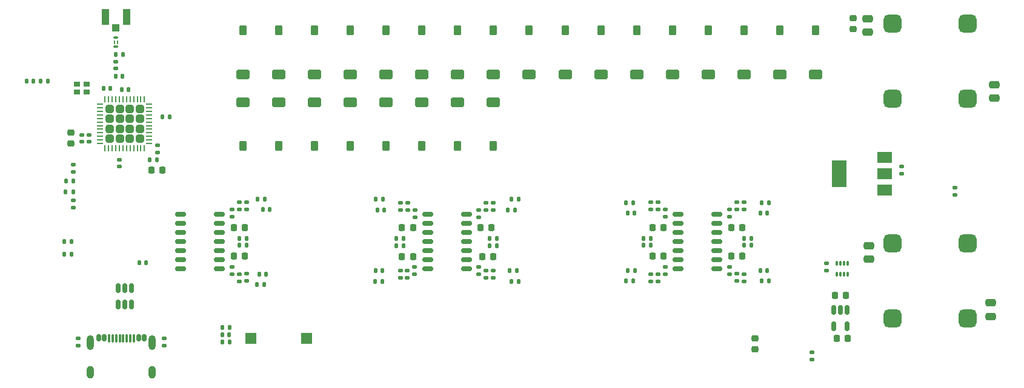
<source format=gbr>
%TF.GenerationSoftware,KiCad,Pcbnew,7.0.9*%
%TF.CreationDate,2024-04-08T22:34:53+02:00*%
%TF.ProjectId,ElectronicBLETarget,456c6563-7472-46f6-9e69-63424c455461,rev?*%
%TF.SameCoordinates,PX29f6300PY5a995c0*%
%TF.FileFunction,Paste,Top*%
%TF.FilePolarity,Positive*%
%FSLAX46Y46*%
G04 Gerber Fmt 4.6, Leading zero omitted, Abs format (unit mm)*
G04 Created by KiCad (PCBNEW 7.0.9) date 2024-04-08 22:34:53*
%MOMM*%
%LPD*%
G01*
G04 APERTURE LIST*
G04 Aperture macros list*
%AMRoundRect*
0 Rectangle with rounded corners*
0 $1 Rounding radius*
0 $2 $3 $4 $5 $6 $7 $8 $9 X,Y pos of 4 corners*
0 Add a 4 corners polygon primitive as box body*
4,1,4,$2,$3,$4,$5,$6,$7,$8,$9,$2,$3,0*
0 Add four circle primitives for the rounded corners*
1,1,$1+$1,$2,$3*
1,1,$1+$1,$4,$5*
1,1,$1+$1,$6,$7*
1,1,$1+$1,$8,$9*
0 Add four rect primitives between the rounded corners*
20,1,$1+$1,$2,$3,$4,$5,0*
20,1,$1+$1,$4,$5,$6,$7,0*
20,1,$1+$1,$6,$7,$8,$9,0*
20,1,$1+$1,$8,$9,$2,$3,0*%
G04 Aperture macros list end*
%ADD10R,1.000000X1.050000*%
%ADD11R,1.050000X2.200000*%
%ADD12RoundRect,0.140000X0.140000X0.170000X-0.140000X0.170000X-0.140000X-0.170000X0.140000X-0.170000X0*%
%ADD13RoundRect,0.162500X-0.787500X0.487500X-0.787500X-0.487500X0.787500X-0.487500X0.787500X0.487500X0*%
%ADD14RoundRect,0.137500X-0.412500X0.512500X-0.412500X-0.512500X0.412500X-0.512500X0.412500X0.512500X0*%
%ADD15R,0.900000X0.800000*%
%ADD16RoundRect,0.250000X-0.475000X0.250000X-0.475000X-0.250000X0.475000X-0.250000X0.475000X0.250000X0*%
%ADD17RoundRect,0.135000X-0.135000X-0.185000X0.135000X-0.185000X0.135000X0.185000X-0.135000X0.185000X0*%
%ADD18RoundRect,0.135000X-0.185000X0.135000X-0.185000X-0.135000X0.185000X-0.135000X0.185000X0.135000X0*%
%ADD19RoundRect,0.162500X0.787500X-0.487500X0.787500X0.487500X-0.787500X0.487500X-0.787500X-0.487500X0*%
%ADD20RoundRect,0.137500X0.412500X-0.512500X0.412500X0.512500X-0.412500X0.512500X-0.412500X-0.512500X0*%
%ADD21RoundRect,0.135000X0.135000X0.185000X-0.135000X0.185000X-0.135000X-0.185000X0.135000X-0.185000X0*%
%ADD22RoundRect,0.135000X0.185000X-0.135000X0.185000X0.135000X-0.185000X0.135000X-0.185000X-0.135000X0*%
%ADD23RoundRect,0.150000X-0.150000X-0.350000X0.150000X-0.350000X0.150000X0.350000X-0.150000X0.350000X0*%
%ADD24RoundRect,0.075000X-0.075000X-0.500000X0.075000X-0.500000X0.075000X0.500000X-0.075000X0.500000X0*%
%ADD25O,1.000000X2.100000*%
%ADD26O,1.000000X1.800000*%
%ADD27RoundRect,0.250000X0.315000X0.315000X-0.315000X0.315000X-0.315000X-0.315000X0.315000X-0.315000X0*%
%ADD28RoundRect,0.062500X0.375000X0.062500X-0.375000X0.062500X-0.375000X-0.062500X0.375000X-0.062500X0*%
%ADD29RoundRect,0.062500X0.062500X0.375000X-0.062500X0.375000X-0.062500X-0.375000X0.062500X-0.375000X0*%
%ADD30RoundRect,0.225000X-0.250000X0.225000X-0.250000X-0.225000X0.250000X-0.225000X0.250000X0.225000X0*%
%ADD31RoundRect,0.147500X0.172500X-0.147500X0.172500X0.147500X-0.172500X0.147500X-0.172500X-0.147500X0*%
%ADD32R,2.000000X1.500000*%
%ADD33R,2.000000X3.800000*%
%ADD34R,1.500000X1.500000*%
%ADD35RoundRect,0.050000X0.100000X-0.285000X0.100000X0.285000X-0.100000X0.285000X-0.100000X-0.285000X0*%
%ADD36RoundRect,0.225000X-0.225000X-0.250000X0.225000X-0.250000X0.225000X0.250000X-0.225000X0.250000X0*%
%ADD37RoundRect,0.147500X0.147500X0.172500X-0.147500X0.172500X-0.147500X-0.172500X0.147500X-0.172500X0*%
%ADD38RoundRect,0.225000X0.225000X0.250000X-0.225000X0.250000X-0.225000X-0.250000X0.225000X-0.250000X0*%
%ADD39RoundRect,0.068750X0.281250X-0.068750X0.281250X0.068750X-0.281250X0.068750X-0.281250X-0.068750X0*%
%ADD40RoundRect,0.062500X0.062500X-0.162500X0.062500X0.162500X-0.062500X0.162500X-0.062500X-0.162500X0*%
%ADD41RoundRect,0.140000X-0.170000X0.140000X-0.170000X-0.140000X0.170000X-0.140000X0.170000X0.140000X0*%
%ADD42RoundRect,0.150000X-0.600000X-0.150000X0.600000X-0.150000X0.600000X0.150000X-0.600000X0.150000X0*%
%ADD43RoundRect,0.140000X-0.140000X-0.170000X0.140000X-0.170000X0.140000X0.170000X-0.140000X0.170000X0*%
%ADD44RoundRect,0.625000X0.625000X0.625000X-0.625000X0.625000X-0.625000X-0.625000X0.625000X-0.625000X0*%
%ADD45RoundRect,0.150000X0.600000X0.150000X-0.600000X0.150000X-0.600000X-0.150000X0.600000X-0.150000X0*%
%ADD46RoundRect,0.250000X0.475000X-0.250000X0.475000X0.250000X-0.475000X0.250000X-0.475000X-0.250000X0*%
%ADD47RoundRect,0.150000X-0.150000X0.512500X-0.150000X-0.512500X0.150000X-0.512500X0.150000X0.512500X0*%
%ADD48RoundRect,0.150000X0.150000X-0.512500X0.150000X0.512500X-0.150000X0.512500X-0.150000X-0.512500X0*%
G04 APERTURE END LIST*
D10*
%TO.C,J4*%
X14727500Y50437500D03*
D11*
X13252500Y51962500D03*
X16202500Y51962500D03*
%TD*%
D12*
%TO.C,C41*%
X36250000Y25000000D03*
X35290000Y25000000D03*
%TD*%
D13*
%TO.C,D13*%
X102500000Y43950000D03*
D14*
X102500000Y50050000D03*
%TD*%
D12*
%TO.C,C37*%
X105750000Y24500000D03*
X104790000Y24500000D03*
%TD*%
D15*
%TO.C,X1*%
X10680000Y42550000D03*
X9280000Y42550000D03*
X9280000Y41450000D03*
X10680000Y41450000D03*
%TD*%
D16*
%TO.C,C20*%
X120000000Y19950000D03*
X120000000Y18050000D03*
%TD*%
D17*
%TO.C,R18*%
X53955000Y20960000D03*
X54975000Y20960000D03*
%TD*%
%TO.C,R23*%
X53955000Y19960000D03*
X54975000Y19960000D03*
%TD*%
D18*
%TO.C,R55*%
X101490000Y26010000D03*
X101490000Y24990000D03*
%TD*%
D19*
%TO.C,D20*%
X57500000Y40050000D03*
D20*
X57500000Y33950000D03*
%TD*%
D13*
%TO.C,D4*%
X62500000Y43950000D03*
D14*
X62500000Y50050000D03*
%TD*%
D21*
%TO.C,R63*%
X33010000Y21000000D03*
X31990000Y21000000D03*
%TD*%
D22*
%TO.C,R26*%
X67475000Y15450000D03*
X67475000Y16470000D03*
%TD*%
D12*
%TO.C,C39*%
X35730000Y16000000D03*
X34770000Y16000000D03*
%TD*%
D23*
%TO.C,J6*%
X12320000Y7075000D03*
X13120000Y7075000D03*
D24*
X14270000Y7000000D03*
X15270000Y7000000D03*
X15770000Y7000000D03*
X16770000Y7000000D03*
D23*
X17920000Y7075000D03*
X18720000Y7075000D03*
X18720000Y7075000D03*
X17920000Y7075000D03*
D24*
X17270000Y7000000D03*
X16270000Y7000000D03*
X14770000Y7000000D03*
X13770000Y7000000D03*
D23*
X13120000Y7075000D03*
X12320000Y7075000D03*
D25*
X11200000Y6425000D03*
D26*
X11200000Y2245000D03*
D25*
X19840000Y6425000D03*
D26*
X19840000Y2245000D03*
%TD*%
D18*
%TO.C,R49*%
X100490000Y17020000D03*
X100490000Y16000000D03*
%TD*%
D22*
%TO.C,R30*%
X66475000Y15440000D03*
X66475000Y16460000D03*
%TD*%
D18*
%TO.C,R20*%
X55525000Y25970000D03*
X55525000Y24950000D03*
%TD*%
D21*
%TO.C,R53*%
X103500000Y21000000D03*
X102480000Y21000000D03*
%TD*%
D18*
%TO.C,R40*%
X90490000Y26010000D03*
X90490000Y24990000D03*
%TD*%
D27*
%TO.C,U1*%
X18080000Y34900000D03*
X18080000Y36300000D03*
X18080000Y37700000D03*
X18080000Y39100000D03*
X16680000Y34900000D03*
X16680000Y36300000D03*
X16680000Y37700000D03*
X16680000Y39100000D03*
X15280000Y34900000D03*
X15280000Y36300000D03*
X15280000Y37700000D03*
X15280000Y39100000D03*
X13880000Y34900000D03*
X13880000Y36300000D03*
X13880000Y37700000D03*
X13880000Y39100000D03*
D28*
X19417500Y34250000D03*
X19417500Y34750000D03*
X19417500Y35250000D03*
X19417500Y35750000D03*
X19417500Y36250000D03*
X19417500Y36750000D03*
X19417500Y37250000D03*
X19417500Y37750000D03*
X19417500Y38250000D03*
X19417500Y38750000D03*
X19417500Y39250000D03*
X19417500Y39750000D03*
D29*
X18730000Y40437500D03*
X18230000Y40437500D03*
X17730000Y40437500D03*
X17230000Y40437500D03*
X16730000Y40437500D03*
X16230000Y40437500D03*
X15730000Y40437500D03*
X15230000Y40437500D03*
X14730000Y40437500D03*
X14230000Y40437500D03*
X13730000Y40437500D03*
X13230000Y40437500D03*
D28*
X12542500Y39750000D03*
X12542500Y39250000D03*
X12542500Y38750000D03*
X12542500Y38250000D03*
X12542500Y37750000D03*
X12542500Y37250000D03*
X12542500Y36750000D03*
X12542500Y36250000D03*
X12542500Y35750000D03*
X12542500Y35250000D03*
X12542500Y34750000D03*
X12542500Y34250000D03*
D29*
X13230000Y33562500D03*
X13730000Y33562500D03*
X14230000Y33562500D03*
X14730000Y33562500D03*
X15230000Y33562500D03*
X15730000Y33562500D03*
X16230000Y33562500D03*
X16730000Y33562500D03*
X17230000Y33562500D03*
X17730000Y33562500D03*
X18230000Y33562500D03*
X18730000Y33562500D03*
%TD*%
D21*
%TO.C,R27*%
X70985000Y14960000D03*
X69965000Y14960000D03*
%TD*%
D13*
%TO.C,D8*%
X52500000Y43950000D03*
D14*
X52500000Y50050000D03*
%TD*%
D30*
%TO.C,C1*%
X117750000Y51775000D03*
X117750000Y50225000D03*
%TD*%
D31*
%TO.C,L1*%
X14727500Y44717500D03*
X14727500Y45687500D03*
%TD*%
D32*
%TO.C,U6*%
X122150000Y27750000D03*
X122150000Y30050000D03*
D33*
X115850000Y30050000D03*
D32*
X122150000Y32350000D03*
%TD*%
D34*
%TO.C,SW1*%
X33600000Y7000000D03*
X41400000Y7000000D03*
%TD*%
D13*
%TO.C,D9*%
X92500000Y43950000D03*
D14*
X92500000Y50050000D03*
%TD*%
D17*
%TO.C,R17*%
X51005000Y26460000D03*
X52025000Y26460000D03*
%TD*%
D22*
%TO.C,R45*%
X90490000Y14980000D03*
X90490000Y16000000D03*
%TD*%
D35*
%TO.C,U5*%
X115500000Y16000000D03*
X116000000Y16000000D03*
X116500000Y16000000D03*
X117000000Y16000000D03*
X117000000Y17480000D03*
X116500000Y17480000D03*
X116000000Y17480000D03*
X115500000Y17480000D03*
%TD*%
D17*
%TO.C,R37*%
X85980000Y26000000D03*
X87000000Y26000000D03*
%TD*%
D13*
%TO.C,D26*%
X72500000Y43950000D03*
D14*
X72500000Y50050000D03*
%TD*%
D21*
%TO.C,R52*%
X106000000Y26000000D03*
X104980000Y26000000D03*
%TD*%
D18*
%TO.C,R29*%
X65475000Y16970000D03*
X65475000Y15950000D03*
%TD*%
D36*
%TO.C,C36*%
X100715000Y18500000D03*
X102265000Y18500000D03*
%TD*%
D13*
%TO.C,D7*%
X87500000Y43950000D03*
D14*
X87500000Y50050000D03*
%TD*%
D13*
%TO.C,D17*%
X112500000Y43950000D03*
D14*
X112500000Y50050000D03*
%TD*%
D37*
%TO.C,D1*%
X3220000Y43000000D03*
X2250000Y43000000D03*
%TD*%
D17*
%TO.C,R9*%
X29590000Y8500000D03*
X30610000Y8500000D03*
%TD*%
D38*
%TO.C,C26*%
X56250000Y18460000D03*
X54700000Y18460000D03*
%TD*%
D18*
%TO.C,R1*%
X112000000Y5020000D03*
X112000000Y4000000D03*
%TD*%
D22*
%TO.C,R64*%
X31000000Y23990000D03*
X31000000Y25010000D03*
%TD*%
D18*
%TO.C,R16*%
X54525000Y25970000D03*
X54525000Y24950000D03*
%TD*%
D17*
%TO.C,R3*%
X7740000Y29000000D03*
X8760000Y29000000D03*
%TD*%
D21*
%TO.C,R32*%
X70985000Y26460000D03*
X69965000Y26460000D03*
%TD*%
D36*
%TO.C,C38*%
X100715000Y22500000D03*
X102265000Y22500000D03*
%TD*%
D21*
%TO.C,R33*%
X67985000Y20960000D03*
X66965000Y20960000D03*
%TD*%
D13*
%TO.C,D10*%
X47500000Y43950000D03*
D14*
X47500000Y50050000D03*
%TD*%
D39*
%TO.C,FLT1*%
X14750000Y47825000D03*
D40*
X14977500Y48437500D03*
D39*
X14750000Y49050000D03*
D40*
X14522500Y48437500D03*
%TD*%
D13*
%TO.C,D11*%
X97500000Y43950000D03*
D14*
X97500000Y50050000D03*
%TD*%
D41*
%TO.C,C7*%
X9980000Y35460000D03*
X9980000Y34500000D03*
%TD*%
D13*
%TO.C,D14*%
X37500000Y43950000D03*
D14*
X37500000Y50050000D03*
%TD*%
D22*
%TO.C,R46*%
X102490000Y14990000D03*
X102490000Y16010000D03*
%TD*%
D17*
%TO.C,R22*%
X50965000Y14980000D03*
X51985000Y14980000D03*
%TD*%
D16*
%TO.C,C19*%
X119750000Y51700000D03*
X119750000Y49800000D03*
%TD*%
D42*
%TO.C,U9*%
X93290000Y24310000D03*
X93290000Y23040000D03*
X93290000Y21770000D03*
X93290000Y20500000D03*
X93290000Y19230000D03*
X93290000Y17960000D03*
X93290000Y16690000D03*
X98690000Y16690000D03*
X98690000Y17960000D03*
X98690000Y19230000D03*
X98690000Y20500000D03*
X98690000Y21770000D03*
X98690000Y23040000D03*
X98690000Y24310000D03*
%TD*%
D38*
%TO.C,C24*%
X56250000Y22460000D03*
X54700000Y22460000D03*
%TD*%
D21*
%TO.C,R47*%
X105990000Y15000000D03*
X104970000Y15000000D03*
%TD*%
D22*
%TO.C,R54*%
X100490000Y23990000D03*
X100490000Y25010000D03*
%TD*%
D43*
%TO.C,C8*%
X15524999Y41750000D03*
X16484999Y41750000D03*
%TD*%
D22*
%TO.C,R56*%
X33000000Y15000000D03*
X33000000Y16020000D03*
%TD*%
D18*
%TO.C,R7*%
X8750000Y31260000D03*
X8750000Y30240000D03*
%TD*%
D12*
%TO.C,C29*%
X70480000Y24960000D03*
X69520000Y24960000D03*
%TD*%
D43*
%TO.C,C33*%
X86290000Y16500000D03*
X87250000Y16500000D03*
%TD*%
D44*
%TO.C,U3*%
X133750000Y9750000D03*
X133750000Y20250000D03*
X123250000Y20250000D03*
X123250000Y9750000D03*
%TD*%
D45*
%TO.C,U10*%
X29200000Y16690000D03*
X29200000Y17960000D03*
X29200000Y19230000D03*
X29200000Y20500000D03*
X29200000Y21770000D03*
X29200000Y23040000D03*
X29200000Y24310000D03*
X23800000Y24310000D03*
X23800000Y23040000D03*
X23800000Y21770000D03*
X23800000Y20500000D03*
X23800000Y19230000D03*
X23800000Y17960000D03*
X23800000Y16690000D03*
%TD*%
D17*
%TO.C,R5*%
X7480000Y20500000D03*
X8500000Y20500000D03*
%TD*%
%TO.C,R42*%
X85980000Y15000000D03*
X87000000Y15000000D03*
%TD*%
D12*
%TO.C,C35*%
X105730000Y16500000D03*
X104770000Y16500000D03*
%TD*%
D43*
%TO.C,C6*%
X19475000Y32000000D03*
X20435000Y32000000D03*
%TD*%
D22*
%TO.C,R41*%
X89490000Y14990000D03*
X89490000Y16010000D03*
%TD*%
D43*
%TO.C,C5*%
X21270000Y38000000D03*
X22230000Y38000000D03*
%TD*%
%TO.C,C13*%
X13000000Y42000000D03*
X13960000Y42000000D03*
%TD*%
D19*
%TO.C,D25*%
X32500000Y40050000D03*
D20*
X32500000Y33950000D03*
%TD*%
D18*
%TO.C,R24*%
X56475000Y16970000D03*
X56475000Y15950000D03*
%TD*%
D46*
%TO.C,C17*%
X137500000Y40600000D03*
X137500000Y42500000D03*
%TD*%
D21*
%TO.C,R48*%
X103500000Y20000000D03*
X102480000Y20000000D03*
%TD*%
D13*
%TO.C,D2*%
X67500000Y43950000D03*
D14*
X67500000Y50050000D03*
%TD*%
D21*
%TO.C,R58*%
X33000000Y20000000D03*
X31980000Y20000000D03*
%TD*%
D19*
%TO.C,D23*%
X42500000Y40050000D03*
D20*
X42500000Y33950000D03*
%TD*%
D43*
%TO.C,C15*%
X14747500Y46687500D03*
X15707500Y46687500D03*
%TD*%
%TO.C,C14*%
X14727500Y43687500D03*
X15687500Y43687500D03*
%TD*%
D18*
%TO.C,R65*%
X32000000Y26010000D03*
X32000000Y24990000D03*
%TD*%
D22*
%TO.C,R34*%
X65475000Y23940000D03*
X65475000Y24960000D03*
%TD*%
D38*
%TO.C,C32*%
X91265000Y22500000D03*
X89715000Y22500000D03*
%TD*%
D22*
%TO.C,R8*%
X8790000Y25290000D03*
X8790000Y26310000D03*
%TD*%
D43*
%TO.C,C31*%
X86270000Y24500000D03*
X87230000Y24500000D03*
%TD*%
D18*
%TO.C,R15*%
X132000000Y28060000D03*
X132000000Y27040000D03*
%TD*%
D21*
%TO.C,R62*%
X35510000Y26500000D03*
X34490000Y26500000D03*
%TD*%
D38*
%TO.C,C34*%
X91265000Y18500000D03*
X89715000Y18500000D03*
%TD*%
D13*
%TO.C,D5*%
X82500000Y43950000D03*
D14*
X82500000Y50050000D03*
%TD*%
D36*
%TO.C,C40*%
X31225000Y18500000D03*
X32775000Y18500000D03*
%TD*%
D17*
%TO.C,R4*%
X7730000Y27500000D03*
X8750000Y27500000D03*
%TD*%
D22*
%TO.C,R11*%
X21500000Y5990000D03*
X21500000Y7010000D03*
%TD*%
%TO.C,R12*%
X9500000Y5990000D03*
X9500000Y7010000D03*
%TD*%
D30*
%TO.C,C9*%
X8480000Y35775000D03*
X8480000Y34225000D03*
%TD*%
D22*
%TO.C,R19*%
X56525000Y23940000D03*
X56525000Y24960000D03*
%TD*%
D43*
%TO.C,C11*%
X18000000Y17600000D03*
X18960000Y17600000D03*
%TD*%
D47*
%TO.C,U7*%
X116950000Y11000000D03*
X116000000Y11000000D03*
X115050000Y11000000D03*
X115050000Y8725000D03*
X116950000Y8725000D03*
%TD*%
D18*
%TO.C,R61*%
X33000000Y26010000D03*
X33000000Y24990000D03*
%TD*%
%TO.C,R35*%
X66475000Y25970000D03*
X66475000Y24950000D03*
%TD*%
D43*
%TO.C,C23*%
X51270000Y24960000D03*
X52230000Y24960000D03*
%TD*%
D22*
%TO.C,R50*%
X101490000Y15000000D03*
X101490000Y16020000D03*
%TD*%
D18*
%TO.C,R44*%
X91490000Y17020000D03*
X91490000Y16000000D03*
%TD*%
D13*
%TO.C,D6*%
X57500000Y43950000D03*
D14*
X57500000Y50050000D03*
%TD*%
D22*
%TO.C,R14*%
X124500000Y30040000D03*
X124500000Y31060000D03*
%TD*%
D21*
%TO.C,R57*%
X35500000Y14500000D03*
X34480000Y14500000D03*
%TD*%
D22*
%TO.C,R21*%
X54475000Y15460000D03*
X54475000Y16480000D03*
%TD*%
D17*
%TO.C,R6*%
X7480000Y18750000D03*
X8500000Y18750000D03*
%TD*%
D19*
%TO.C,D22*%
X52500000Y40050000D03*
D20*
X52500000Y33950000D03*
%TD*%
D44*
%TO.C,U2*%
X133750000Y40500000D03*
X133750000Y51000000D03*
X123250000Y51000000D03*
X123250000Y40500000D03*
%TD*%
D46*
%TO.C,C18*%
X137000000Y10050000D03*
X137000000Y11950000D03*
%TD*%
D38*
%TO.C,C21*%
X116775000Y13000000D03*
X115225000Y13000000D03*
%TD*%
D21*
%TO.C,R28*%
X67985000Y19960000D03*
X66965000Y19960000D03*
%TD*%
D41*
%TO.C,C12*%
X10980000Y35480000D03*
X10980000Y34520000D03*
%TD*%
D12*
%TO.C,C27*%
X70750000Y16460000D03*
X69790000Y16460000D03*
%TD*%
D13*
%TO.C,D15*%
X107500000Y43950000D03*
D14*
X107500000Y50050000D03*
%TD*%
D41*
%TO.C,C4*%
X15200000Y31960000D03*
X15200000Y31000000D03*
%TD*%
D19*
%TO.C,D21*%
X47500000Y40050000D03*
D20*
X47500000Y33950000D03*
%TD*%
D22*
%TO.C,R13*%
X114000000Y16490000D03*
X114000000Y17510000D03*
%TD*%
D36*
%TO.C,C42*%
X31225000Y22500000D03*
X32775000Y22500000D03*
%TD*%
D38*
%TO.C,C22*%
X117000000Y7000000D03*
X115450000Y7000000D03*
%TD*%
D18*
%TO.C,R31*%
X67475000Y25970000D03*
X67475000Y24950000D03*
%TD*%
D17*
%TO.C,R10*%
X29600000Y6500000D03*
X30620000Y6500000D03*
%TD*%
D22*
%TO.C,R25*%
X55475000Y15460000D03*
X55475000Y16480000D03*
%TD*%
D19*
%TO.C,D24*%
X37500000Y40050000D03*
D20*
X37500000Y33950000D03*
%TD*%
D41*
%TO.C,C10*%
X20600000Y33980000D03*
X20600000Y33020000D03*
%TD*%
D17*
%TO.C,R43*%
X88480000Y20000000D03*
X89500000Y20000000D03*
%TD*%
D42*
%TO.C,U8*%
X58300000Y24310000D03*
X58300000Y23040000D03*
X58300000Y21770000D03*
X58300000Y20500000D03*
X58300000Y19230000D03*
X58300000Y17960000D03*
X58300000Y16690000D03*
X63700000Y16690000D03*
X63700000Y17960000D03*
X63700000Y19230000D03*
X63700000Y20500000D03*
X63700000Y21770000D03*
X63700000Y23040000D03*
X63700000Y24310000D03*
%TD*%
D36*
%TO.C,C30*%
X65700000Y22460000D03*
X67250000Y22460000D03*
%TD*%
D19*
%TO.C,D19*%
X62500000Y40050000D03*
D20*
X62500000Y33950000D03*
%TD*%
D43*
%TO.C,C16*%
X29620000Y7500000D03*
X30580000Y7500000D03*
%TD*%
%TO.C,C25*%
X51020000Y16480000D03*
X51980000Y16480000D03*
%TD*%
D18*
%TO.C,R51*%
X102490000Y26010000D03*
X102490000Y24990000D03*
%TD*%
D36*
%TO.C,C3*%
X19725000Y30500000D03*
X21275000Y30500000D03*
%TD*%
D48*
%TO.C,U4*%
X15050000Y11725000D03*
X16000000Y11725000D03*
X16950000Y11725000D03*
X16950000Y14000000D03*
X16000000Y14000000D03*
X15050000Y14000000D03*
%TD*%
D13*
%TO.C,D12*%
X42500000Y43950000D03*
D14*
X42500000Y50050000D03*
%TD*%
D13*
%TO.C,D3*%
X77500000Y43950000D03*
D14*
X77500000Y50050000D03*
%TD*%
D17*
%TO.C,R2*%
X4240000Y43000000D03*
X5260000Y43000000D03*
%TD*%
D22*
%TO.C,R39*%
X91490000Y23990000D03*
X91490000Y25010000D03*
%TD*%
D30*
%TO.C,C2*%
X104000000Y7000000D03*
X104000000Y5450000D03*
%TD*%
D36*
%TO.C,C28*%
X65925000Y18460000D03*
X67475000Y18460000D03*
%TD*%
D22*
%TO.C,R60*%
X31990000Y14980000D03*
X31990000Y16000000D03*
%TD*%
D13*
%TO.C,D16*%
X32500000Y43950000D03*
D14*
X32500000Y50050000D03*
%TD*%
D18*
%TO.C,R59*%
X31000000Y17010000D03*
X31000000Y15990000D03*
%TD*%
%TO.C,R36*%
X89490000Y26010000D03*
X89490000Y24990000D03*
%TD*%
D19*
%TO.C,D18*%
X67500000Y40050000D03*
D20*
X67500000Y33950000D03*
%TD*%
D17*
%TO.C,R38*%
X88480000Y21000000D03*
X89500000Y21000000D03*
%TD*%
M02*

</source>
